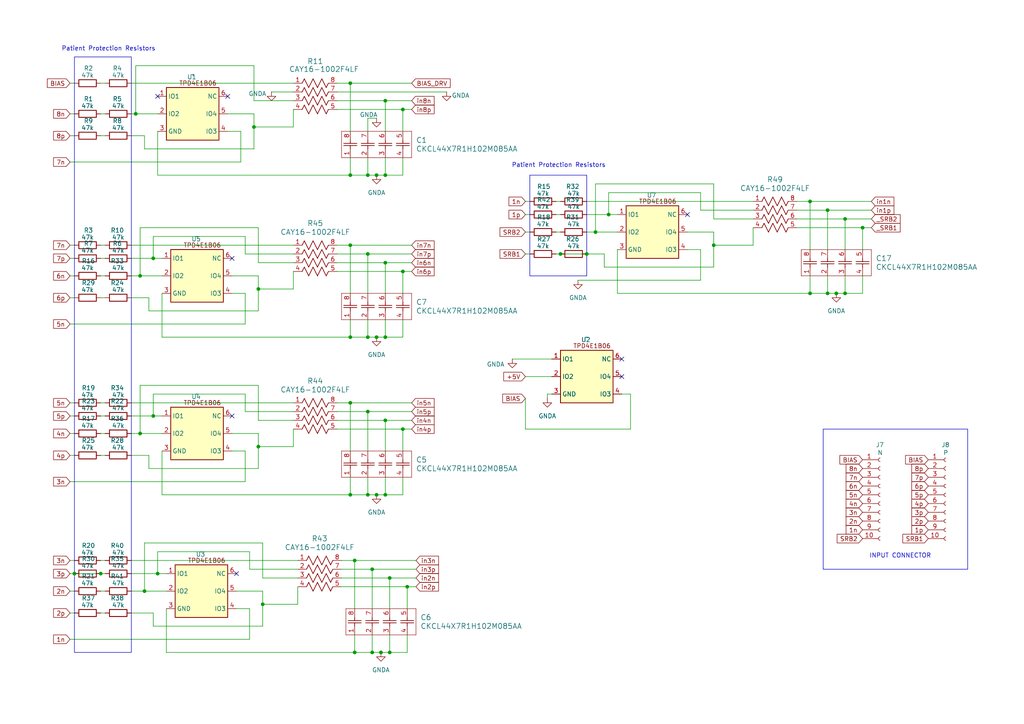
<source format=kicad_sch>
(kicad_sch (version 20231120) (generator "eeschema") (generator_version "8.0")
  (paper "A4")
  (lib_symbols
    (symbol "Added_Comp:TPD4E1B06" (pin_names (offset 0.5))
      (property "Reference" "U" (at 0 0 0))
      (symbol "TPD4E1B06_1_1"
        (text "TPD4E1B06" (at 1.524 8.89 0) (effects (font (size 1.27 1.27))))
        (pin passive line (at -10.16 5.08 0) (length 2.54) (name "IO1") (number "1"))
        (pin passive line (at -10.16 0 0) (length 2.54) (name "IO2") (number "2"))
        (pin power_in line (at -10.16 -5.08 0) (length 2.54) (name "GND") (number "3"))
        (pin passive line (at 10.16 -5.08 180) (length 2.54) (name "IO3") (number "4"))
        (pin passive line (at 10.16 0 180) (length 2.54) (name "IO4") (number "5"))
        (pin free line (at 10.16 5.08 180) (length 2.54) (name "NC") (number "6"))
      )
    )
    (symbol "Connector:Conn_01x10_Socket" (pin_names (offset 1.016) hide)
      (property "Reference" "J" (at 0 12.7 0))
      (property "Value" "Conn_01x10_Socket" (at 0 -15.24 0))
      (symbol "Conn_01x10_Socket_1_1"
        (pin passive line (at -5.08 10.16 0) (length 3.81) (name "Pin_1") (number "1"))
        (pin passive line (at -5.08 -12.7 0) (length 3.81) (name "Pin_10") (number "10"))
        (pin passive line (at -5.08 7.62 0) (length 3.81) (name "Pin_2") (number "2"))
        (pin passive line (at -5.08 5.08 0) (length 3.81) (name "Pin_3") (number "3"))
        (pin passive line (at -5.08 2.54 0) (length 3.81) (name "Pin_4") (number "4"))
        (pin passive line (at -5.08 0 0) (length 3.81) (name "Pin_5") (number "5"))
        (pin passive line (at -5.08 -2.54 0) (length 3.81) (name "Pin_6") (number "6"))
        (pin passive line (at -5.08 -5.08 0) (length 3.81) (name "Pin_7") (number "7"))
        (pin passive line (at -5.08 -7.62 0) (length 3.81) (name "Pin_8") (number "8"))
        (pin passive line (at -5.08 -10.16 0) (length 3.81) (name "Pin_9") (number "9"))
      )
    )
    (symbol "Device:CAY16-1002F4LF" (pin_names (offset 0.254))
      (property "Reference" "R" (at 7.62 2.54 0))
      (property "Value" "CAY16-1002F4LF" (at 5.08 -10.16 0))
      (symbol "CAY16-1002F4LF_0_1"
        (pin unspecified line (at 0 0 0) (length 2.54) (name "") (number "1"))
        (pin unspecified line (at 0 -2.54 0) (length 2.54) (name "") (number "2"))
        (pin unspecified line (at 0 -5.08 0) (length 2.54) (name "") (number "3"))
        (pin unspecified line (at 0 -7.62 0) (length 2.54) (name "") (number "4"))
        (pin unspecified line (at 12.7 -7.62 180) (length 2.54) (name "") (number "5"))
        (pin unspecified line (at 12.7 -5.08 180) (length 2.54) (name "") (number "6"))
        (pin unspecified line (at 12.7 -2.54 180) (length 2.54) (name "") (number "7"))
        (pin unspecified line (at 12.7 0 180) (length 2.54) (name "") (number "8"))
      )
    )
    (symbol "Device:CKCL44X7R1H102M085AA" (pin_names (offset 0.254))
      (property "Reference" "C" (at -7.62 10.16 0))
      (property "Value" "CKCL44X7R1H102M085AA" (at -7.62 6.985 0))
      (symbol "CKCL44X7R1H102M085AA_0_1"
        (pin unspecified line (at 0 -7.62 90) (length 2.54) (name "") (number "1"))
        (pin unspecified line (at 5.08 -7.62 90) (length 2.54) (name "") (number "2"))
        (pin unspecified line (at 10.16 -7.62 90) (length 2.54) (name "") (number "3"))
        (pin unspecified line (at 15.24 -7.62 90) (length 2.54) (name "") (number "4"))
        (pin unspecified line (at 15.24 0 270) (length 2.54) (name "") (number "5"))
        (pin unspecified line (at 10.16 0 270) (length 2.54) (name "") (number "6"))
        (pin unspecified line (at 5.08 0 270) (length 2.54) (name "") (number "7"))
        (pin unspecified line (at 0 0 270) (length 2.54) (name "") (number "8"))
      )
    )
    (symbol "Device:R" (pin_numbers hide) (pin_names (offset 0))
      (property "Reference" "R" (at 2.032 0 90))
      (property "Value" "R" (at 0 0 90))
      (symbol "R_1_1"
        (pin passive line (at 0 3.81 270) (length 1.27) (name "~") (number "1"))
        (pin passive line (at 0 -3.81 90) (length 1.27) (name "~") (number "2"))
      )
    )
    (symbol "power:GNDA" (power) (pin_numbers hide) (pin_names (offset 0) hide)
      (property "Value" "GNDA" (at 0 -3.81 0))
      (symbol "GNDA_1_1"
        (pin power_in line (at 0 0 270) (length 0) (name "~") (number "1"))
      )
    )
  )
  (junction (at 113.03 167.64))
  (junction (at 162.56 73.66))
  (junction (at 113.03 189.23))
  (junction (at 111.76 121.92))
  (junction (at 101.6 24.13))
  (junction (at 102.87 162.56))
  (junction (at 107.95 165.1))
  (junction (at 73.66 36.83))
  (junction (at 29.21 166.37))
  (junction (at 102.87 189.23))
  (junction (at 45.72 166.37))
  (junction (at 101.6 50.8))
  (junction (at 245.11 85.09))
  (junction (at 207.01 71.12))
  (junction (at 40.64 80.01))
  (junction (at 40.64 125.73))
  (junction (at 107.95 189.23))
  (junction (at 116.84 31.75))
  (junction (at 250.19 66.04))
  (junction (at 109.22 50.8))
  (junction (at 111.76 97.79))
  (junction (at 21.59 166.37))
  (junction (at 109.22 143.51))
  (junction (at 118.11 170.18))
  (junction (at 101.6 143.51))
  (junction (at 116.84 78.74))
  (junction (at 106.68 50.8))
  (junction (at 106.68 143.51))
  (junction (at 109.22 97.79))
  (junction (at 245.11 63.5))
  (junction (at 101.6 71.12))
  (junction (at 39.37 33.02))
  (junction (at 240.03 85.09))
  (junction (at 111.76 76.2))
  (junction (at 101.6 97.79))
  (junction (at 74.93 83.82))
  (junction (at 116.84 124.46))
  (junction (at 172.72 67.31))
  (junction (at 106.68 73.66))
  (junction (at 111.76 50.8))
  (junction (at 41.91 171.45))
  (junction (at 106.68 97.79))
  (junction (at 110.49 189.23))
  (junction (at 234.95 85.09))
  (junction (at 74.93 129.54))
  (junction (at 240.03 60.96))
  (junction (at 106.68 119.38))
  (junction (at 176.53 62.23))
  (junction (at 170.18 73.66))
  (junction (at 76.2 175.26))
  (junction (at 44.45 120.65))
  (junction (at 44.45 74.93))
  (junction (at 111.76 29.21))
  (junction (at 234.95 58.42))
  (junction (at 242.57 85.09))
  (junction (at 111.76 143.51))
  (junction (at 101.6 116.84))
  (no_connect (at 68.58 166.37))
  (no_connect (at 180.34 104.14))
  (no_connect (at 45.72 27.94))
  (no_connect (at 66.04 27.94))
  (no_connect (at 180.34 109.22))
  (no_connect (at 67.31 74.93))
  (no_connect (at 67.31 120.65))
  (no_connect (at 199.39 62.23))
  (wire (pts (xy 111.76 50.8) (xy 109.22 50.8)))
  (wire (pts (xy 116.84 130.81) (xy 116.84 124.46)))
  (wire (pts (xy 45.72 160.02) (xy 72.39 160.02)))
  (wire (pts (xy 29.21 74.93) (xy 30.48 74.93)))
  (wire (pts (xy 129.54 26.67) (xy 97.79 26.67)))
  (wire (pts (xy 245.11 80.01) (xy 245.11 85.09)))
  (wire (pts (xy 29.21 162.56) (xy 30.48 162.56)))
  (wire (pts (xy 20.32 177.8) (xy 21.59 177.8)))
  (wire (pts (xy 101.6 92.71) (xy 101.6 97.79)))
  (wire (pts (xy 101.6 116.84) (xy 119.38 116.84)))
  (wire (pts (xy 116.84 78.74) (xy 119.38 78.74)))
  (wire (pts (xy 43.18 135.89) (xy 74.93 135.89)))
  (wire (pts (xy 46.99 120.65) (xy 44.45 120.65)))
  (wire (pts (xy 74.93 129.54) (xy 74.93 125.73)))
  (wire (pts (xy 20.32 86.36) (xy 21.59 86.36)))
  (wire (pts (xy 106.68 97.79) (xy 109.22 97.79)))
  (wire (pts (xy 38.1 171.45) (xy 41.91 171.45)))
  (wire (pts (xy 46.99 97.79) (xy 101.6 97.79)))
  (wire (pts (xy 41.91 43.18) (xy 73.66 43.18)))
  (wire (pts (xy 38.1 33.02) (xy 39.37 33.02)))
  (wire (pts (xy 44.45 181.61) (xy 76.2 181.61)))
  (wire (pts (xy 119.38 76.2) (xy 111.76 76.2)))
  (wire (pts (xy 245.11 72.39) (xy 245.11 63.5)))
  (wire (pts (xy 46.99 143.51) (xy 101.6 143.51)))
  (wire (pts (xy 161.29 58.42) (xy 162.56 58.42)))
  (wire (pts (xy 175.26 73.66) (xy 175.26 77.47)))
  (wire (pts (xy 252.73 63.5) (xy 245.11 63.5)))
  (wire (pts (xy 102.87 162.56) (xy 120.65 162.56)))
  (wire (pts (xy 111.76 130.81) (xy 111.76 121.92)))
  (wire (pts (xy 116.84 85.09) (xy 116.84 78.74)))
  (wire (pts (xy 38.1 71.12) (xy 85.09 71.12)))
  (wire (pts (xy 29.21 166.37) (xy 21.59 166.37)))
  (wire (pts (xy 85.09 83.82) (xy 74.93 83.82)))
  (wire (pts (xy 203.2 55.88) (xy 203.2 60.96)))
  (wire (pts (xy 29.21 125.73) (xy 30.48 125.73)))
  (wire (pts (xy 73.66 36.83) (xy 73.66 33.02)))
  (wire (pts (xy 20.32 139.7) (xy 71.12 139.7)))
  (wire (pts (xy 76.2 171.45) (xy 68.58 171.45)))
  (wire (pts (xy 29.21 132.08) (xy 30.48 132.08)))
  (wire (pts (xy 113.03 176.53) (xy 113.03 167.64)))
  (wire (pts (xy 106.68 34.29) (xy 109.22 34.29)))
  (wire (pts (xy 101.6 143.51) (xy 106.68 143.51)))
  (wire (pts (xy 29.21 116.84) (xy 30.48 116.84)))
  (wire (pts (xy 43.18 132.08) (xy 43.18 135.89)))
  (wire (pts (xy 74.93 125.73) (xy 67.31 125.73)))
  (wire (pts (xy 111.76 76.2) (xy 97.79 76.2)))
  (wire (pts (xy 101.6 38.1) (xy 101.6 24.13)))
  (wire (pts (xy 41.91 157.48) (xy 76.2 157.48)))
  (wire (pts (xy 179.07 72.39) (xy 179.07 85.09)))
  (wire (pts (xy 176.53 62.23) (xy 176.53 55.88)))
  (wire (pts (xy 74.93 83.82) (xy 74.93 80.01)))
  (wire (pts (xy 152.4 115.57) (xy 152.4 124.46)))
  (wire (pts (xy 38.1 80.01) (xy 40.64 80.01)))
  (wire (pts (xy 29.21 166.37) (xy 30.48 166.37)))
  (wire (pts (xy 85.09 78.74) (xy 85.09 83.82)))
  (wire (pts (xy 101.6 130.81) (xy 101.6 116.84)))
  (wire (pts (xy 20.32 132.08) (xy 21.59 132.08)))
  (wire (pts (xy 106.68 119.38) (xy 97.79 119.38)))
  (wire (pts (xy 102.87 184.15) (xy 102.87 189.23)))
  (wire (pts (xy 29.21 86.36) (xy 30.48 86.36)))
  (wire (pts (xy 69.85 46.99) (xy 20.32 46.99)))
  (wire (pts (xy 46.99 85.09) (xy 46.99 97.79)))
  (wire (pts (xy 179.07 62.23) (xy 176.53 62.23)))
  (wire (pts (xy 111.76 143.51) (xy 109.22 143.51)))
  (wire (pts (xy 43.18 90.17) (xy 74.93 90.17)))
  (wire (pts (xy 41.91 39.37) (xy 38.1 39.37)))
  (wire (pts (xy 119.38 121.92) (xy 111.76 121.92)))
  (wire (pts (xy 250.19 72.39) (xy 250.19 66.04)))
  (wire (pts (xy 86.36 170.18) (xy 86.36 175.26)))
  (wire (pts (xy 116.84 143.51) (xy 111.76 143.51)))
  (wire (pts (xy 101.6 50.8) (xy 106.68 50.8)))
  (wire (pts (xy 20.32 185.42) (xy 72.39 185.42)))
  (wire (pts (xy 106.68 130.81) (xy 106.68 119.38)))
  (wire (pts (xy 101.6 24.13) (xy 97.79 24.13)))
  (wire (pts (xy 113.03 184.15) (xy 113.03 189.23)))
  (wire (pts (xy 41.91 171.45) (xy 41.91 157.48)))
  (wire (pts (xy 74.93 90.17) (xy 74.93 83.82)))
  (wire (pts (xy 250.19 80.01) (xy 250.19 85.09)))
  (wire (pts (xy 74.93 80.01) (xy 67.31 80.01)))
  (wire (pts (xy 118.11 170.18) (xy 120.65 170.18)))
  (wire (pts (xy 152.4 124.46) (xy 182.88 124.46)))
  (wire (pts (xy 161.29 73.66) (xy 162.56 73.66)))
  (wire (pts (xy 67.31 130.81) (xy 71.12 130.81)))
  (wire (pts (xy 85.09 36.83) (xy 73.66 36.83)))
  (wire (pts (xy 119.38 29.21) (xy 111.76 29.21)))
  (wire (pts (xy 74.93 121.92) (xy 85.09 121.92)))
  (wire (pts (xy 116.84 38.1) (xy 116.84 31.75)))
  (wire (pts (xy 240.03 80.01) (xy 240.03 85.09)))
  (wire (pts (xy 111.76 45.72) (xy 111.76 50.8)))
  (wire (pts (xy 234.95 80.01) (xy 234.95 85.09)))
  (wire (pts (xy 158.75 114.3) (xy 158.75 115.57)))
  (wire (pts (xy 111.76 121.92) (xy 97.79 121.92)))
  (wire (pts (xy 107.95 189.23) (xy 110.49 189.23)))
  (wire (pts (xy 74.93 111.76) (xy 74.93 121.92)))
  (wire (pts (xy 97.79 78.74) (xy 116.84 78.74)))
  (wire (pts (xy 245.11 63.5) (xy 231.14 63.5)))
  (wire (pts (xy 66.04 38.1) (xy 69.85 38.1)))
  (wire (pts (xy 207.01 63.5) (xy 218.44 63.5)))
  (wire (pts (xy 45.72 50.8) (xy 101.6 50.8)))
  (wire (pts (xy 38.1 86.36) (xy 43.18 86.36)))
  (wire (pts (xy 29.21 80.01) (xy 30.48 80.01)))
  (wire (pts (xy 20.32 162.56) (xy 21.59 162.56)))
  (wire (pts (xy 44.45 68.58) (xy 71.12 68.58)))
  (wire (pts (xy 44.45 74.93) (xy 44.45 68.58)))
  (wire (pts (xy 111.76 38.1) (xy 111.76 29.21)))
  (wire (pts (xy 106.68 143.51) (xy 109.22 143.51)))
  (wire (pts (xy 218.44 66.04) (xy 218.44 71.12)))
  (wire (pts (xy 20.32 171.45) (xy 21.59 171.45)))
  (wire (pts (xy 40.64 80.01) (xy 46.99 80.01)))
  (wire (pts (xy 234.95 85.09) (xy 240.03 85.09)))
  (wire (pts (xy 170.18 67.31) (xy 172.72 67.31)))
  (wire (pts (xy 45.72 166.37) (xy 38.1 166.37)))
  (wire (pts (xy 46.99 74.93) (xy 44.45 74.93)))
  (wire (pts (xy 234.95 58.42) (xy 231.14 58.42)))
  (wire (pts (xy 106.68 73.66) (xy 119.38 73.66)))
  (wire (pts (xy 176.53 55.88) (xy 203.2 55.88)))
  (wire (pts (xy 97.79 31.75) (xy 116.84 31.75)))
  (wire (pts (xy 152.4 73.66) (xy 153.67 73.66)))
  (wire (pts (xy 113.03 189.23) (xy 110.49 189.23)))
  (wire (pts (xy 40.64 125.73) (xy 40.64 111.76)))
  (wire (pts (xy 207.01 71.12) (xy 207.01 67.31)))
  (wire (pts (xy 175.26 77.47) (xy 207.01 77.47)))
  (wire (pts (xy 161.29 67.31) (xy 162.56 67.31)))
  (wire (pts (xy 152.4 67.31) (xy 153.67 67.31)))
  (wire (pts (xy 71.12 85.09) (xy 71.12 93.98)))
  (wire (pts (xy 179.07 85.09) (xy 234.95 85.09)))
  (wire (pts (xy 102.87 176.53) (xy 102.87 162.56)))
  (wire (pts (xy 38.1 125.73) (xy 40.64 125.73)))
  (wire (pts (xy 111.76 92.71) (xy 111.76 97.79)))
  (wire (pts (xy 111.76 138.43) (xy 111.76 143.51)))
  (wire (pts (xy 167.64 81.28) (xy 203.2 81.28)))
  (wire (pts (xy 207.01 53.34) (xy 207.01 63.5)))
  (wire (pts (xy 102.87 189.23) (xy 107.95 189.23)))
  (wire (pts (xy 76.2 167.64) (xy 86.36 167.64)))
  (wire (pts (xy 102.87 162.56) (xy 99.06 162.56)))
  (wire (pts (xy 21.59 39.37) (xy 20.32 39.37)))
  (wire (pts (xy 38.1 116.84) (xy 85.09 116.84)))
  (wire (pts (xy 101.6 138.43) (xy 101.6 143.51)))
  (wire (pts (xy 106.68 73.66) (xy 97.79 73.66)))
  (wire (pts (xy 101.6 85.09) (xy 101.6 71.12)))
  (wire (pts (xy 116.84 124.46) (xy 119.38 124.46)))
  (wire (pts (xy 85.09 31.75) (xy 85.09 36.83)))
  (wire (pts (xy 107.95 184.15) (xy 107.95 189.23)))
  (wire (pts (xy 29.21 177.8) (xy 30.48 177.8)))
  (wire (pts (xy 107.95 165.1) (xy 120.65 165.1)))
  (wire (pts (xy 38.1 24.13) (xy 85.09 24.13)))
  (wire (pts (xy 106.68 50.8) (xy 109.22 50.8)))
  (wire (pts (xy 38.1 162.56) (xy 86.36 162.56)))
  (wire (pts (xy 118.11 189.23) (xy 113.03 189.23)))
  (wire (pts (xy 71.12 68.58) (xy 71.12 73.66)))
  (wire (pts (xy 152.4 109.22) (xy 160.02 109.22)))
  (wire (pts (xy 20.32 33.02) (xy 21.59 33.02)))
  (wire (pts (xy 39.37 33.02) (xy 39.37 19.05)))
  (wire (pts (xy 170.18 73.66) (xy 175.26 73.66)))
  (wire (pts (xy 234.95 58.42) (xy 252.73 58.42)))
  (wire (pts (xy 44.45 74.93) (xy 38.1 74.93)))
  (wire (pts (xy 40.64 66.04) (xy 74.93 66.04)))
  (wire (pts (xy 106.68 92.71) (xy 106.68 97.79)))
  (wire (pts (xy 231.14 66.04) (xy 250.19 66.04)))
  (wire (pts (xy 68.58 176.53) (xy 72.39 176.53)))
  (wire (pts (xy 162.56 73.66) (xy 170.18 73.66)))
  (wire (pts (xy 250.19 66.04) (xy 252.73 66.04)))
  (wire (pts (xy 101.6 71.12) (xy 119.38 71.12)))
  (wire (pts (xy 106.68 85.09) (xy 106.68 73.66)))
  (wire (pts (xy 73.66 29.21) (xy 85.09 29.21)))
  (wire (pts (xy 72.39 165.1) (xy 86.36 165.1)))
  (wire (pts (xy 67.31 85.09) (xy 71.12 85.09)))
  (wire (pts (xy 106.68 38.1) (xy 106.68 34.29)))
  (wire (pts (xy 170.18 58.42) (xy 218.44 58.42)))
  (wire (pts (xy 113.03 167.64) (xy 99.06 167.64)))
  (wire (pts (xy 72.39 160.02) (xy 72.39 165.1)))
  (wire (pts (xy 21.59 120.65) (xy 20.32 120.65)))
  (wire (pts (xy 172.72 67.31) (xy 172.72 53.34)))
  (wire (pts (xy 29.21 39.37) (xy 30.48 39.37)))
  (wire (pts (xy 40.64 111.76) (xy 74.93 111.76)))
  (wire (pts (xy 40.64 125.73) (xy 46.99 125.73)))
  (wire (pts (xy 203.2 60.96) (xy 218.44 60.96)))
  (wire (pts (xy 21.59 74.93) (xy 20.32 74.93)))
  (wire (pts (xy 29.21 71.12) (xy 30.48 71.12)))
  (wire (pts (xy 78.74 26.67) (xy 85.09 26.67)))
  (wire (pts (xy 116.84 92.71) (xy 116.84 97.79)))
  (wire (pts (xy 48.26 176.53) (xy 48.26 189.23)))
  (wire (pts (xy 207.01 67.31) (xy 199.39 67.31)))
  (wire (pts (xy 240.03 72.39) (xy 240.03 60.96)))
  (wire (pts (xy 116.84 50.8) (xy 111.76 50.8)))
  (wire (pts (xy 40.64 80.01) (xy 40.64 66.04)))
  (wire (pts (xy 72.39 176.53) (xy 72.39 185.42)))
  (wire (pts (xy 73.66 43.18) (xy 73.66 36.83)))
  (wire (pts (xy 118.11 176.53) (xy 118.11 170.18)))
  (wire (pts (xy 118.11 184.15) (xy 118.11 189.23)))
  (wire (pts (xy 39.37 19.05) (xy 73.66 19.05)))
  (wire (pts (xy 116.84 97.79) (xy 111.76 97.79)))
  (wire (pts (xy 86.36 175.26) (xy 76.2 175.26)))
  (wire (pts (xy 73.66 19.05) (xy 73.66 29.21)))
  (wire (pts (xy 107.95 165.1) (xy 99.06 165.1)))
  (wire (pts (xy 48.26 189.23) (xy 102.87 189.23)))
  (wire (pts (xy 101.6 71.12) (xy 97.79 71.12)))
  (wire (pts (xy 69.85 38.1) (xy 69.85 46.99)))
  (wire (pts (xy 71.12 73.66) (xy 85.09 73.66)))
  (wire (pts (xy 38.1 177.8) (xy 44.45 177.8)))
  (wire (pts (xy 120.65 167.64) (xy 113.03 167.64)))
  (wire (pts (xy 203.2 72.39) (xy 203.2 81.28)))
  (wire (pts (xy 41.91 171.45) (xy 48.26 171.45)))
  (wire (pts (xy 106.68 45.72) (xy 106.68 50.8)))
  (wire (pts (xy 74.93 66.04) (xy 74.93 76.2)))
  (wire (pts (xy 20.32 24.13) (xy 21.59 24.13)))
  (wire (pts (xy 116.84 31.75) (xy 119.38 31.75)))
  (wire (pts (xy 160.02 114.3) (xy 158.75 114.3)))
  (wire (pts (xy 250.19 85.09) (xy 245.11 85.09)))
  (wire (pts (xy 20.32 71.12) (xy 21.59 71.12)))
  (wire (pts (xy 44.45 120.65) (xy 38.1 120.65)))
  (wire (pts (xy 45.72 166.37) (xy 45.72 160.02)))
  (wire (pts (xy 101.6 97.79) (xy 106.68 97.79)))
  (wire (pts (xy 240.03 85.09) (xy 242.57 85.09)))
  (wire (pts (xy 116.84 45.72) (xy 116.84 50.8)))
  (wire (pts (xy 71.12 114.3) (xy 71.12 119.38)))
  (wire (pts (xy 20.32 125.73) (xy 21.59 125.73)))
  (wire (pts (xy 44.45 114.3) (xy 71.12 114.3)))
  (wire (pts (xy 29.21 24.13) (xy 30.48 24.13)))
  (wire (pts (xy 218.44 71.12) (xy 207.01 71.12)))
  (wire (pts (xy 76.2 181.61) (xy 76.2 175.26)))
  (wire (pts (xy 20.32 116.84) (xy 21.59 116.84)))
  (wire (pts (xy 44.45 120.65) (xy 44.45 114.3)))
  (wire (pts (xy 107.95 176.53) (xy 107.95 165.1)))
  (wire (pts (xy 148.59 104.14) (xy 160.02 104.14)))
  (wire (pts (xy 111.76 97.79) (xy 109.22 97.79)))
  (wire (pts (xy 111.76 85.09) (xy 111.76 76.2)))
  (wire (pts (xy 71.12 130.81) (xy 71.12 139.7)))
  (wire (pts (xy 29.21 120.65) (xy 30.48 120.65)))
  (wire (pts (xy 74.93 135.89) (xy 74.93 129.54)))
  (wire (pts (xy 152.4 58.42) (xy 153.67 58.42)))
  (wire (pts (xy 20.32 93.98) (xy 71.12 93.98)))
  (wire (pts (xy 240.03 60.96) (xy 231.14 60.96)))
  (wire (pts (xy 207.01 77.47) (xy 207.01 71.12)))
  (wire (pts (xy 85.09 124.46) (xy 85.09 129.54)))
  (wire (pts (xy 76.2 157.48) (xy 76.2 167.64)))
  (wire (pts (xy 46.99 130.81) (xy 46.99 143.51)))
  (wire (pts (xy 245.11 85.09) (xy 242.57 85.09)))
  (wire (pts (xy 74.93 76.2) (xy 85.09 76.2)))
  (wire (pts (xy 85.09 129.54) (xy 74.93 129.54)))
  (wire (pts (xy 172.72 67.31) (xy 179.07 67.31)))
  (wire (pts (xy 41.91 39.37) (xy 41.91 43.18)))
  (wire (pts (xy 21.59 166.37) (xy 20.32 166.37)))
  (wire (pts (xy 182.88 114.3) (xy 180.34 114.3)))
  (wire (pts (xy 162.56 62.23) (xy 161.29 62.23)))
  (wire (pts (xy 38.1 132.08) (xy 43.18 132.08)))
  (wire (pts (xy 101.6 45.72) (xy 101.6 50.8)))
  (wire (pts (xy 240.03 60.96) (xy 252.73 60.96)))
  (wire (pts (xy 45.72 38.1) (xy 45.72 50.8)))
  (wire (pts (xy 153.67 62.23) (xy 152.4 62.23)))
  (wire (pts (xy 97.79 124.46) (xy 116.84 124.46)))
  (wire (pts (xy 99.06 170.18) (xy 118.11 170.18)))
  (wire (pts (xy 29.21 171.45) (xy 30.48 171.45)))
  (wire (pts (xy 101.6 116.84) (xy 97.79 116.84)))
  (wire (pts (xy 172.72 53.34) (xy 207.01 53.34)))
  (wire (pts (xy 39.37 33.02) (xy 45.72 33.02)))
  (wire (pts (xy 76.2 175.26) (xy 76.2 171.45)))
  (wire (pts (xy 116.84 138.43) (xy 116.84 143.51)))
  (wire (pts (xy 234.95 72.39) (xy 234.95 58.42)))
  (wire (pts (xy 119.38 24.13) (xy 101.6 24.13)))
  (wire (pts (xy 111.76 29.21) (xy 97.79 29.21)))
  (wire (pts (xy 199.39 72.39) (xy 203.2 72.39)))
  (wire (pts (xy 176.53 62.23) (xy 170.18 62.23)))
  (wire (pts (xy 73.66 33.02) (xy 66.04 33.02)))
  (wire (pts (xy 20.32 80.01) (xy 21.59 80.01)))
  (wire (pts (xy 106.68 138.43) (xy 106.68 143.51)))
  (wire (pts (xy 29.21 33.02) (xy 30.48 33.02)))
  (wire (pts (xy 43.18 86.36) (xy 43.18 90.17)))
  (wire (pts (xy 48.26 166.37) (xy 45.72 166.37)))
  (wire (pts (xy 106.68 119.38) (xy 119.38 119.38)))
  (wire (pts (xy 182.88 124.46) (xy 182.88 114.3)))
  (wire (pts (xy 44.45 177.8) (xy 44.45 181.61)))
  (wire (pts (xy 71.12 119.38) (xy 85.09 119.38)))
  (rectangle (start 21.59 16.51) (end 38.1 189.23))
  (rectangle (start 153.67 50.8) (end 170.18 80.01))
  (rectangle (start 238.76 124.46) (end 280.67 165.1))
  (text "Patient Protection Resistors" (at 31.496 14.224 0) (effects (font (size 1.27 1.27))))
  (text "Patient Protection Resistors" (at 162.052 48.006 0) (effects (font (size 1.27 1.27))))
  (text "INPUT CONNECTOR" (at 261.112 161.29 0) (effects (font (size 1.27 1.27))))
  (global_label "in1n" (shape input) (at 252.73 58.42 0) (property "Intersheetrefs" "${INTERSHEET_REFS}" (effects (hide yes))))
  (global_label "3n" (shape input) (at 20.32 162.56 180) (property "Intersheetrefs" "${INTERSHEET_REFS}" (effects (hide yes))))
  (global_label "_SRB1" (shape input) (at 252.73 66.04 0) (property "Intersheetrefs" "${INTERSHEET_REFS}" (effects (hide yes))))
  (global_label "in4n" (shape input) (at 119.38 121.92 0) (property "Intersheetrefs" "${INTERSHEET_REFS}" (effects (hide yes))))
  (global_label "7n" (shape input) (at 20.32 46.99 180) (property "Intersheetrefs" "${INTERSHEET_REFS}" (effects (hide yes))))
  (global_label "5n" (shape input) (at 20.32 116.84 180) (property "Intersheetrefs" "${INTERSHEET_REFS}" (effects (hide yes))))
  (global_label "4p" (shape input) (at 269.24 146.05 180) (property "Intersheetrefs" "${INTERSHEET_REFS}" (effects (hide yes))))
  (global_label "1p" (shape input) (at 269.24 153.67 180) (property "Intersheetrefs" "${INTERSHEET_REFS}" (effects (hide yes))))
  (global_label "in5p" (shape input) (at 119.38 119.38 0) (property "Intersheetrefs" "${INTERSHEET_REFS}" (effects (hide yes))))
  (global_label "6p" (shape input) (at 269.24 140.97 180) (property "Intersheetrefs" "${INTERSHEET_REFS}" (effects (hide yes))))
  (global_label "7n" (shape input) (at 20.32 71.12 180) (property "Intersheetrefs" "${INTERSHEET_REFS}" (effects (hide yes))))
  (global_label "BIAS_DRV" (shape input) (at 119.38 24.13 0) (property "Intersheetrefs" "${INTERSHEET_REFS}" (effects (hide yes))))
  (global_label "4n" (shape input) (at 250.19 146.05 180) (property "Intersheetrefs" "${INTERSHEET_REFS}" (effects (hide yes))))
  (global_label "2n" (shape input) (at 20.32 171.45 180) (property "Intersheetrefs" "${INTERSHEET_REFS}" (effects (hide yes))))
  (global_label "in3p" (shape input) (at 120.65 165.1 0) (property "Intersheetrefs" "${INTERSHEET_REFS}" (effects (hide yes))))
  (global_label "4p" (shape input) (at 20.32 132.08 180) (property "Intersheetrefs" "${INTERSHEET_REFS}" (effects (hide yes))))
  (global_label "SRB1" (shape input) (at 269.24 156.21 180) (property "Intersheetrefs" "${INTERSHEET_REFS}" (effects (hide yes))))
  (global_label "BIAS" (shape input) (at 20.32 24.13 180) (property "Intersheetrefs" "${INTERSHEET_REFS}" (effects (hide yes))))
  (global_label "5p" (shape input) (at 269.24 143.51 180) (property "Intersheetrefs" "${INTERSHEET_REFS}" (effects (hide yes))))
  (global_label "1n" (shape input) (at 152.4 58.42 180) (property "Intersheetrefs" "${INTERSHEET_REFS}" (effects (hide yes))))
  (global_label "1n" (shape input) (at 250.19 153.67 180) (property "Intersheetrefs" "${INTERSHEET_REFS}" (effects (hide yes))))
  (global_label "in6p" (shape input) (at 119.38 78.74 0) (property "Intersheetrefs" "${INTERSHEET_REFS}" (effects (hide yes))))
  (global_label "2p" (shape input) (at 20.32 177.8 180) (property "Intersheetrefs" "${INTERSHEET_REFS}" (effects (hide yes))))
  (global_label "6n" (shape input) (at 20.32 80.01 180) (property "Intersheetrefs" "${INTERSHEET_REFS}" (effects (hide yes))))
  (global_label "in8p" (shape input) (at 119.38 31.75 0) (property "Intersheetrefs" "${INTERSHEET_REFS}" (effects (hide yes))))
  (global_label "4n" (shape input) (at 20.32 125.73 180) (property "Intersheetrefs" "${INTERSHEET_REFS}" (effects (hide yes))))
  (global_label "5p" (shape input) (at 20.32 120.65 180) (property "Intersheetrefs" "${INTERSHEET_REFS}" (effects (hide yes))))
  (global_label "5n" (shape input) (at 250.19 143.51 180) (property "Intersheetrefs" "${INTERSHEET_REFS}" (effects (hide yes))))
  (global_label "BIAS" (shape input) (at 152.4 115.57 180) (property "Intersheetrefs" "${INTERSHEET_REFS}" (effects (hide yes))))
  (global_label "6n" (shape input) (at 250.19 140.97 180) (property "Intersheetrefs" "${INTERSHEET_REFS}" (effects (hide yes))))
  (global_label "_SRB2" (shape input) (at 252.73 63.5 0) (property "Intersheetrefs" "${INTERSHEET_REFS}" (effects (hide yes))))
  (global_label "in7p" (shape input) (at 119.38 73.66 0) (property "Intersheetrefs" "${INTERSHEET_REFS}" (effects (hide yes))))
  (global_label "5n" (shape input) (at 20.32 93.98 180) (property "Intersheetrefs" "${INTERSHEET_REFS}" (effects (hide yes))))
  (global_label "3p" (shape input) (at 20.32 166.37 180) (property "Intersheetrefs" "${INTERSHEET_REFS}" (effects (hide yes))))
  (global_label "SRB1" (shape input) (at 152.4 73.66 180) (property "Intersheetrefs" "${INTERSHEET_REFS}" (effects (hide yes))))
  (global_label "in1p" (shape input) (at 252.73 60.96 0) (property "Intersheetrefs" "${INTERSHEET_REFS}" (effects (hide yes))))
  (global_label "BIAS" (shape input) (at 269.24 133.35 180) (property "Intersheetrefs" "${INTERSHEET_REFS}" (effects (hide yes))))
  (global_label "3n" (shape input) (at 250.19 148.59 180) (property "Intersheetrefs" "${INTERSHEET_REFS}" (effects (hide yes))))
  (global_label "3p" (shape input) (at 269.24 148.59 180) (property "Intersheetrefs" "${INTERSHEET_REFS}" (effects (hide yes))))
  (global_label "in2p" (shape input) (at 120.65 170.18 0) (property "Intersheetrefs" "${INTERSHEET_REFS}" (effects (hide yes))))
  (global_label "+5V" (shape input) (at 152.4 109.22 180) (property "Intersheetrefs" "${INTERSHEET_REFS}" (effects (hide yes))))
  (global_label "in6n" (shape input) (at 119.38 76.2 0) (property "Intersheetrefs" "${INTERSHEET_REFS}" (effects (hide yes))))
  (global_label "1n" (shape input) (at 20.32 185.42 180) (property "Intersheetrefs" "${INTERSHEET_REFS}" (effects (hide yes))))
  (global_label "in5n" (shape input) (at 119.38 116.84 0) (property "Intersheetrefs" "${INTERSHEET_REFS}" (effects (hide yes))))
  (global_label "7p" (shape input) (at 20.32 74.93 180) (property "Intersheetrefs" "${INTERSHEET_REFS}" (effects (hide yes))))
  (global_label "in3n" (shape input) (at 120.65 162.56 0) (property "Intersheetrefs" "${INTERSHEET_REFS}" (effects (hide yes))))
  (global_label "1p" (shape input) (at 152.4 62.23 180) (property "Intersheetrefs" "${INTERSHEET_REFS}" (effects (hide yes))))
  (global_label "6p" (shape input) (at 20.32 86.36 180) (property "Intersheetrefs" "${INTERSHEET_REFS}" (effects (hide yes))))
  (global_label "in4p" (shape input) (at 119.38 124.46 0) (property "Intersheetrefs" "${INTERSHEET_REFS}" (effects (hide yes))))
  (global_label "8n" (shape input) (at 250.19 135.89 180) (property "Intersheetrefs" "${INTERSHEET_REFS}" (effects (hide yes))))
  (global_label "7p" (shape input) (at 269.24 138.43 180) (property "Intersheetrefs" "${INTERSHEET_REFS}" (effects (hide yes))))
  (global_label "in2n" (shape input) (at 120.65 167.64 0) (property "Intersheetrefs" "${INTERSHEET_REFS}" (effects (hide yes))))
  (global_label "7n" (shape input) (at 250.19 138.43 180) (property "Intersheetrefs" "${INTERSHEET_REFS}" (effects (hide yes))))
  (global_label "SRB2" (shape input) (at 152.4 67.31 180) (property "Intersheetrefs" "${INTERSHEET_REFS}" (effects (hide yes))))
  (global_label "SRB2" (shape input) (at 250.19 156.21 180) (property "Intersheetrefs" "${INTERSHEET_REFS}" (effects (hide yes))))
  (global_label "2n" (shape input) (at 250.19 151.13 180) (property "Intersheetrefs" "${INTERSHEET_REFS}" (effects (hide yes))))
  (global_label "in8n" (shape input) (at 119.38 29.21 0) (property "Intersheetrefs" "${INTERSHEET_REFS}" (effects (hide yes))))
  (global_label "in7n" (shape input) (at 119.38 71.12 0) (property "Intersheetrefs" "${INTERSHEET_REFS}" (effects (hide yes))))
  (global_label "BIAS" (shape input) (at 250.19 133.35 180) (property "Intersheetrefs" "${INTERSHEET_REFS}" (effects (hide yes))))
  (global_label "2p" (shape input) (at 269.24 151.13 180) (property "Intersheetrefs" "${INTERSHEET_REFS}" (effects (hide yes))))
  (global_label "8p" (shape input) (at 269.24 135.89 180) (property "Intersheetrefs" "${INTERSHEET_REFS}" (effects (hide yes))))
  (global_label "3n" (shape input) (at 20.32 139.7 180) (property "Intersheetrefs" "${INTERSHEET_REFS}" (effects (hide yes))))
  (global_label "8p" (shape input) (at 20.32 39.37 180) (property "Intersheetrefs" "${INTERSHEET_REFS}" (effects (hide yes))))
  (global_label "8n" (shape input) (at 20.32 33.02 180) (property "Intersheetrefs" "${INTERSHEET_REFS}" (effects (hide yes))))
  (symbol (lib_id "Device:CKCL44X7R1H102M085AA") (at 101.6 38.1 0) (unit 1)
    (property "Reference" "C1" (at 120.65 40.6399 0) (effects (font (size 1.524 1.524)) (justify left)))
    (property "Value" "CKCL44X7R1H102M085AA" (at 120.65 43.1799 0) (effects (font (size 1.524 1.524)) (justify left)))
    (property "Footprint" "Capacitor_SMD:CKCL44_TDK" (effects (hide yes)))
    (property "Datasheet" "CKCL44X7R1H102M085AA" (effects (hide yes)))
  )
  (symbol (lib_id "power:GNDA") (at 109.22 97.79 0) (unit 1)
    (property "Reference" "#PWR043" (effects (hide yes)))
    (property "Value" "GNDA" (at 109.22 102.87 0))
    (property "Description" "Power symbol creates a global label with name \"GNDA\" , analog ground" (effects (hide yes)))
  )
  (symbol (lib_id "Device:R") (at 34.29 177.8 90) (unit 1)
    (property "Reference" "R38" (at 34.036 173.482 90))
    (property "Value" "47k" (at 34.29 175.514 90))
    (property "Footprint" "Resistor_SMD:R_0603_1608Metric" (effects (hide yes)))
    (property "Description" "Resistor" (effects (hide yes)))
  )
  (symbol (lib_id "Device:R") (at 25.4 24.13 90) (unit 1)
    (property "Reference" "R2" (at 25.654 19.812 90))
    (property "Value" "47k" (at 25.4 21.844 90))
    (property "Footprint" "Resistor_SMD:R_0603_1608Metric" (effects (hide yes)))
    (property "Description" "Resistor" (effects (hide yes)))
  )
  (symbol (lib_id "Device:R") (at 25.4 125.73 90) (unit 1)
    (property "Reference" "R17" (at 25.654 121.412 90))
    (property "Value" "47k" (at 25.4 123.444 90))
    (property "Footprint" "Resistor_SMD:R_0603_1608Metric" (effects (hide yes)))
    (property "Description" "Resistor" (effects (hide yes)))
  )
  (symbol (lib_id "Device:R") (at 34.29 120.65 90) (unit 1)
    (property "Reference" "R22" (at 34.036 116.332 90))
    (property "Value" "47k" (at 34.29 118.364 90))
    (property "Footprint" "Resistor_SMD:R_0603_1608Metric" (effects (hide yes)))
    (property "Description" "Resistor" (effects (hide yes)))
  )
  (symbol (lib_id "power:GNDA") (at 242.57 85.09 0) (unit 1)
    (property "Reference" "#PWR047" (effects (hide yes)))
    (property "Value" "GNDA" (at 242.57 90.17 0))
    (property "Description" "Power symbol creates a global label with name \"GNDA\" , analog ground" (effects (hide yes)))
  )
  (symbol (lib_id "Device:R") (at 34.29 166.37 90) (unit 1)
    (property "Reference" "R35" (at 34.036 162.052 90))
    (property "Value" "47k" (at 34.29 164.084 90))
    (property "Footprint" "Resistor_SMD:R_0603_1608Metric" (effects (hide yes)))
    (property "Description" "Resistor" (effects (hide yes)))
  )
  (symbol (lib_id "Device:R") (at 25.4 132.08 90) (unit 1)
    (property "Reference" "R25" (at 25.654 127.762 90))
    (property "Value" "47k" (at 25.4 129.794 90))
    (property "Footprint" "Resistor_SMD:R_0603_1608Metric" (effects (hide yes)))
    (property "Description" "Resistor" (effects (hide yes)))
  )
  (symbol (lib_id "Device:R") (at 25.4 166.37 90) (unit 1)
    (property "Reference" "R30" (at 25.654 162.052 90))
    (property "Value" "47k" (at 25.4 164.084 90))
    (property "Footprint" "Resistor_SMD:R_0603_1608Metric" (effects (hide yes)))
    (property "Description" "Resistor" (effects (hide yes)))
  )
  (symbol (lib_id "Device:R") (at 166.37 62.23 90) (unit 1)
    (property "Reference" "R39" (at 166.116 57.912 90))
    (property "Value" "47k" (at 166.37 59.944 90))
    (property "Footprint" "Resistor_SMD:R_0603_1608Metric" (effects (hide yes)))
    (property "Description" "Resistor" (effects (hide yes)))
  )
  (symbol (lib_id "Device:CAY16-1002F4LF") (at 85.09 71.12 0) (unit 1)
    (property "Reference" "R45" (at 91.44 64.77 0) (effects (font (size 1.524 1.524))))
    (property "Value" "CAY16-1002F4LF" (at 91.44 67.31 0) (effects (font (size 1.524 1.524))))
    (property "Footprint" "RF:BO_CAY16" (effects (hide yes)))
    (property "Datasheet" "CAY16-1002F4LF" (effects (hide yes)))
  )
  (symbol (lib_id "Added_Comp:TPD4E1B06") (at 170.18 109.22 0) (unit 1)
    (property "Reference" "U2" (at 169.926 98.552 0))
    (property "Value" "~" (at 170.18 97.79 0))
    (property "Footprint" "Package_TO_SOT_SMD:SOT-363_SC-70-6" (effects (hide yes)))
    (property "Datasheet" "https://www.ti.com/lit/ds/symlink/tpd4e1b06.pdf?ts=1739551777927&ref_url=https%253A%252F%252Fwww.mouser.com%252F" (effects (hide yes)))
    (property "Description" "TPD4E1B06 4-Channel Ultra Low Leakage ESD Protection Device" (effects (hide yes)))
  )
  (symbol (lib_id "Device:R") (at 34.29 116.84 90) (unit 1)
    (property "Reference" "R34" (at 34.036 112.522 90))
    (property "Value" "47k" (at 34.29 114.554 90))
    (property "Footprint" "Resistor_SMD:R_0603_1608Metric" (effects (hide yes)))
    (property "Description" "Resistor" (effects (hide yes)))
  )
  (symbol (lib_id "Device:R") (at 157.48 67.31 90) (unit 1)
    (property "Reference" "R18" (at 157.734 62.992 90))
    (property "Value" "47k" (at 157.48 65.024 90))
    (property "Footprint" "Resistor_SMD:R_0603_1608Metric" (effects (hide yes)))
    (property "Description" "Resistor" (effects (hide yes)))
  )
  (symbol (lib_id "Device:R") (at 25.4 74.93 90) (unit 1)
    (property "Reference" "R7" (at 25.654 70.612 90))
    (property "Value" "47k" (at 25.4 72.644 90))
    (property "Footprint" "Resistor_SMD:R_0603_1608Metric" (effects (hide yes)))
    (property "Description" "Resistor" (effects (hide yes)))
  )
  (symbol (lib_id "Device:R") (at 25.4 177.8 90) (unit 1)
    (property "Reference" "R37" (at 25.654 173.482 90))
    (property "Value" "47k" (at 25.4 175.514 90))
    (property "Footprint" "Resistor_SMD:R_0603_1608Metric" (effects (hide yes)))
    (property "Description" "Resistor" (effects (hide yes)))
  )
  (symbol (lib_id "Device:R") (at 34.29 71.12 90) (unit 1)
    (property "Reference" "R10" (at 34.036 66.802 90))
    (property "Value" "47k" (at 34.29 68.834 90))
    (property "Footprint" "Resistor_SMD:R_0603_1608Metric" (effects (hide yes)))
    (property "Description" "Resistor" (effects (hide yes)))
  )
  (symbol (lib_id "Device:CAY16-1002F4LF") (at 86.36 162.56 0) (unit 1)
    (property "Reference" "R43" (at 92.71 156.21 0) (effects (font (size 1.524 1.524))))
    (property "Value" "CAY16-1002F4LF" (at 92.71 158.75 0) (effects (font (size 1.524 1.524))))
    (property "Footprint" "RF:BO_CAY16" (effects (hide yes)))
    (property "Datasheet" "CAY16-1002F4LF" (effects (hide yes)))
  )
  (symbol (lib_id "Connector:Conn_01x10_Socket") (at 255.27 143.51 0) (unit 1)
    (property "Reference" "J7" (at 254 129.032 0) (effects (justify left)))
    (property "Value" "N" (at 254.508 131.318 0) (effects (justify left)))
    (property "Footprint" "Connector_PinSocket_2.54mm:PinSocket_1x10_P2.54mm_Vertical" (effects (hide yes)))
    (property "Description" "Generic connector, single row, 01x10, script generated" (effects (hide yes)))
  )
  (symbol (lib_id "Device:CAY16-1002F4LF") (at 85.09 116.84 0) (unit 1)
    (property "Reference" "R44" (at 91.44 110.49 0) (effects (font (size 1.524 1.524))))
    (property "Value" "CAY16-1002F4LF" (at 91.44 113.03 0) (effects (font (size 1.524 1.524))))
    (property "Footprint" "RF:BO_CAY16" (effects (hide yes)))
    (property "Datasheet" "CAY16-1002F4LF" (effects (hide yes)))
  )
  (symbol (lib_id "Device:R") (at 25.4 71.12 90) (unit 1)
    (property "Reference" "R3" (at 25.654 66.802 90))
    (property "Value" "47k" (at 25.4 68.834 90))
    (property "Footprint" "Resistor_SMD:R_0603_1608Metric" (effects (hide yes)))
    (property "Description" "Resistor" (effects (hide yes)))
  )
  (symbol (lib_id "Device:R") (at 34.29 162.56 90) (unit 1)
    (property "Reference" "R40" (at 34.036 158.242 90))
    (property "Value" "47k" (at 34.29 160.274 90))
    (property "Footprint" "Resistor_SMD:R_0603_1608Metric" (effects (hide yes)))
    (property "Description" "Resistor" (effects (hide yes)))
  )
  (symbol (lib_id "Device:R") (at 25.4 80.01 90) (unit 1)
    (property "Reference" "R16" (at 25.654 75.692 90))
    (property "Value" "47k" (at 25.4 77.724 90))
    (property "Footprint" "Resistor_SMD:R_0603_1608Metric" (effects (hide yes)))
    (property "Description" "Resistor" (effects (hide yes)))
  )
  (symbol (lib_id "Device:R") (at 157.48 62.23 90) (unit 1)
    (property "Reference" "R42" (at 157.734 57.912 90))
    (property "Value" "47k" (at 157.48 59.944 90))
    (property "Footprint" "Resistor_SMD:R_0603_1608Metric" (effects (hide yes)))
    (property "Description" "Resistor" (effects (hide yes)))
  )
  (symbol (lib_id "Device:R") (at 25.4 116.84 90) (unit 1)
    (property "Reference" "R19" (at 25.654 112.522 90))
    (property "Value" "47k" (at 25.4 114.554 90))
    (property "Footprint" "Resistor_SMD:R_0603_1608Metric" (effects (hide yes)))
    (property "Description" "Resistor" (effects (hide yes)))
  )
  (symbol (lib_id "power:GNDA") (at 109.22 34.29 0) (unit 1)
    (property "Reference" "#PWR039" (effects (hide yes)))
    (property "Value" "GNDA" (at 106.934 33.274 0))
    (property "Description" "Power symbol creates a global label with name \"GNDA\" , analog ground" (effects (hide yes)))
  )
  (symbol (lib_id "Added_Comp:TPD4E1B06") (at 55.88 33.02 0) (unit 1)
    (property "Reference" "U1" (at 55.626 22.352 0))
    (property "Value" "~" (at 55.88 21.59 0))
    (property "Footprint" "Package_TO_SOT_SMD:SOT-363_SC-70-6" (effects (hide yes)))
    (property "Datasheet" "https://www.ti.com/lit/ds/symlink/tpd4e1b06.pdf?ts=1739551777927&ref_url=https%253A%252F%252Fwww.mouser.com%252F" (effects (hide yes)))
    (property "Description" "TPD4E1B06 4-Channel Ultra Low Leakage ESD Protection Device" (effects (hide yes)))
  )
  (symbol (lib_id "Added_Comp:TPD4E1B06") (at 58.42 171.45 0) (unit 1)
    (property "Reference" "U3" (at 58.166 160.782 0))
    (property "Value" "~" (at 58.42 160.02 0))
    (property "Footprint" "Package_TO_SOT_SMD:SOT-363_SC-70-6" (effects (hide yes)))
    (property "Datasheet" "https://www.ti.com/lit/ds/symlink/tpd4e1b06.pdf?ts=1739551777927&ref_url=https%253A%252F%252Fwww.mouser.com%252F" (effects (hide yes)))
    (property "Description" "TPD4E1B06 4-Channel Ultra Low Leakage ESD Protection Device" (effects (hide yes)))
  )
  (symbol (lib_id "Device:R") (at 34.29 86.36 90) (unit 1)
    (property "Reference" "R24" (at 34.036 82.042 90))
    (property "Value" "47k" (at 34.29 84.074 90))
    (property "Footprint" "Resistor_SMD:R_0603_1608Metric" (effects (hide yes)))
    (property "Description" "Resistor" (effects (hide yes)))
  )
  (symbol (lib_id "Device:R") (at 34.29 171.45 90) (unit 1)
    (property "Reference" "R41" (at 34.036 167.132 90))
    (property "Value" "47k" (at 34.29 169.164 90))
    (property "Footprint" "Resistor_SMD:R_0603_1608Metric" (effects (hide yes)))
    (property "Description" "Resistor" (effects (hide yes)))
  )
  (symbol (lib_id "Device:R") (at 166.37 58.42 90) (unit 1)
    (property "Reference" "R32" (at 166.116 54.102 90))
    (property "Value" "47k" (at 166.37 56.134 90))
    (property "Footprint" "Resistor_SMD:R_0603_1608Metric" (effects (hide yes)))
    (property "Description" "Resistor" (effects (hide yes)))
  )
  (symbol (lib_id "power:GNDA") (at 110.49 189.23 0) (unit 1)
    (property "Reference" "#PWR045" (effects (hide yes)))
    (property "Value" "GNDA" (at 110.49 194.31 0))
    (property "Description" "Power symbol creates a global label with name \"GNDA\" , analog ground" (effects (hide yes)))
  )
  (symbol (lib_id "Device:R") (at 25.4 86.36 90) (unit 1)
    (property "Reference" "R29" (at 25.654 82.042 90))
    (property "Value" "47k" (at 25.4 84.074 90))
    (property "Footprint" "Resistor_SMD:R_0603_1608Metric" (effects (hide yes)))
    (property "Description" "Resistor" (effects (hide yes)))
  )
  (symbol (lib_id "Device:R") (at 25.4 171.45 90) (unit 1)
    (property "Reference" "R21" (at 25.654 167.132 90))
    (property "Value" "47k" (at 25.4 169.164 90))
    (property "Footprint" "Resistor_SMD:R_0603_1608Metric" (effects (hide yes)))
    (property "Description" "Resistor" (effects (hide yes)))
  )
  (symbol (lib_id "Device:R") (at 34.29 80.01 90) (unit 1)
    (property "Reference" "R33" (at 34.036 75.692 90))
    (property "Value" "47k" (at 34.29 77.724 90))
    (property "Footprint" "Resistor_SMD:R_0603_1608Metric" (effects (hide yes)))
    (property "Description" "Resistor" (effects (hide yes)))
  )
  (symbol (lib_id "Device:CKCL44X7R1H102M085AA") (at 234.95 72.39 0) (unit 1)
    (property "Reference" "C17" (at 254 74.9299 0) (effects (font (size 1.524 1.524)) (justify left)))
    (property "Value" "CKCL44X7R1H102M085AA" (at 254 77.4699 0) (effects (font (size 1.524 1.524)) (justify left)))
    (property "Footprint" "Capacitor_SMD:CKCL44_TDK" (effects (hide yes)))
    (property "Datasheet" "CKCL44X7R1H102M085AA" (effects (hide yes)))
  )
  (symbol (lib_id "Device:R") (at 25.4 162.56 90) (unit 1)
    (property "Reference" "R20" (at 25.654 158.242 90))
    (property "Value" "47k" (at 25.4 160.274 90))
    (property "Footprint" "Resistor_SMD:R_0603_1608Metric" (effects (hide yes)))
    (property "Description" "Resistor" (effects (hide yes)))
  )
  (symbol (lib_id "Device:R") (at 34.29 39.37 90) (unit 1)
    (property "Reference" "R8" (at 34.036 35.052 90))
    (property "Value" "47k" (at 34.29 37.084 90))
    (property "Footprint" "Resistor_SMD:R_0603_1608Metric" (effects (hide yes)))
    (property "Description" "Resistor" (effects (hide yes)))
  )
  (symbol (lib_id "Device:R") (at 34.29 33.02 90) (unit 1)
    (property "Reference" "R5" (at 34.036 28.702 90))
    (property "Value" "47k" (at 34.29 30.734 90))
    (property "Footprint" "Resistor_SMD:R_0603_1608Metric" (effects (hide yes)))
    (property "Description" "Resistor" (effects (hide yes)))
  )
  (symbol (lib_id "power:GNDA") (at 109.22 143.51 0) (unit 1)
    (property "Reference" "#PWR044" (effects (hide yes)))
    (property "Value" "GNDA" (at 109.22 148.59 0))
    (property "Description" "Power symbol creates a global label with name \"GNDA\" , analog ground" (effects (hide yes)))
  )
  (symbol (lib_id "Device:R") (at 166.37 73.66 90) (unit 1)
    (property "Reference" "R26" (at 166.116 69.342 90))
    (property "Value" "47k" (at 166.37 71.374 90))
    (property "Footprint" "Resistor_SMD:R_0603_1608Metric" (effects (hide yes)))
    (property "Description" "Resistor" (effects (hide yes)))
  )
  (symbol (lib_id "Device:R") (at 25.4 33.02 90) (unit 1)
    (property "Reference" "R1" (at 25.654 28.702 90))
    (property "Value" "47k" (at 25.4 30.734 90))
    (property "Footprint" "Resistor_SMD:R_0603_1608Metric" (effects (hide yes)))
    (property "Description" "Resistor" (effects (hide yes)))
  )
  (symbol (lib_id "power:GNDA") (at 167.64 81.28 0) (unit 1)
    (property "Reference" "#PWR08" (effects (hide yes)))
    (property "Value" "GNDA" (at 167.64 86.36 0))
    (property "Description" "Power symbol creates a global label with name \"GNDA\" , analog ground" (effects (hide yes)))
  )
  (symbol (lib_id "Connector:Conn_01x10_Socket") (at 274.32 143.51 0) (unit 1)
    (property "Reference" "J8" (at 273.05 129.032 0) (effects (justify left)))
    (property "Value" "P" (at 273.558 131.318 0) (effects (justify left)))
    (property "Footprint" "Connector_PinSocket_2.54mm:PinSocket_1x10_P2.54mm_Vertical" (effects (hide yes)))
    (property "Description" "Generic connector, single row, 01x10, script generated" (effects (hide yes)))
  )
  (symbol (lib_id "Device:CKCL44X7R1H102M085AA") (at 101.6 85.09 0) (unit 1)
    (property "Reference" "C7" (at 120.65 87.6299 0) (effects (font (size 1.524 1.524)) (justify left)))
    (property "Value" "CKCL44X7R1H102M085AA" (at 120.65 90.1699 0) (effects (font (size 1.524 1.524)) (justify left)))
    (property "Footprint" "Capacitor_SMD:CKCL44_TDK" (effects (hide yes)))
    (property "Datasheet" "CKCL44X7R1H102M085AA" (effects (hide yes)))
  )
  (symbol (lib_id "Device:CKCL44X7R1H102M085AA") (at 102.87 176.53 0) (unit 1)
    (property "Reference" "C6" (at 121.92 179.0699 0) (effects (font (size 1.524 1.524)) (justify left)))
    (property "Value" "CKCL44X7R1H102M085AA" (at 121.92 181.6099 0) (effects (font (size 1.524 1.524)) (justify left)))
    (property "Footprint" "Capacitor_SMD:CKCL44_TDK" (effects (hide yes)))
    (property "Datasheet" "CKCL44X7R1H102M085AA" (effects (hide yes)))
  )
  (symbol (lib_id "Device:R") (at 157.48 58.42 90) (unit 1)
    (property "Reference" "R15" (at 157.734 54.102 90))
    (property "Value" "47k" (at 157.48 56.134 90))
    (property "Footprint" "Resistor_SMD:R_0603_1608Metric" (effects (hide yes)))
    (property "Description" "Resistor" (effects (hide yes)))
  )
  (symbol (lib_id "power:GNDA") (at 109.22 50.8 0) (unit 1)
    (property "Reference" "#PWR040" (effects (hide yes)))
    (property "Value" "GNDA" (at 109.22 55.88 0))
    (property "Description" "Power symbol creates a global label with name \"GNDA\" , analog ground" (effects (hide yes)))
  )
  (symbol (lib_id "Device:R") (at 34.29 132.08 90) (unit 1)
    (property "Reference" "R28" (at 34.036 127.762 90))
    (property "Value" "47k" (at 34.29 129.794 90))
    (property "Footprint" "Resistor_SMD:R_0603_1608Metric" (effects (hide yes)))
    (property "Description" "Resistor" (effects (hide yes)))
  )
  (symbol (lib_id "power:GNDA") (at 148.59 104.14 0) (unit 1)
    (property "Reference" "#PWR042" (effects (hide yes)))
    (property "Value" "GNDA" (at 143.764 105.664 0))
    (property "Description" "Power symbol creates a global label with name \"GNDA\" , analog ground" (effects (hide yes)))
  )
  (symbol (lib_id "Device:R") (at 34.29 125.73 90) (unit 1)
    (property "Reference" "R36" (at 34.036 121.412 90))
    (property "Value" "47k" (at 34.29 123.444 90))
    (property "Footprint" "Resistor_SMD:R_0603_1608Metric" (effects (hide yes)))
    (property "Description" "Resistor" (effects (hide yes)))
  )
  (symbol (lib_id "Device:CAY16-1002F4LF") (at 85.09 24.13 0) (unit 1)
    (property "Reference" "R11" (at 91.44 17.78 0) (effects (font (size 1.524 1.524))))
    (property "Value" "CAY16-1002F4LF" (at 93.98 20.066 0) (effects (font (size 1.524 1.524))))
    (property "Footprint" "RF:BO_CAY16" (effects (hide yes)))
    (property "Datasheet" "CAY16-1002F4LF" (effects (hide yes)))
  )
  (symbol (lib_id "Added_Comp:TPD4E1B06") (at 57.15 80.01 0) (unit 1)
    (property "Reference" "U5" (at 56.896 69.342 0))
    (property "Value" "~" (at 57.15 68.58 0))
    (property "Footprint" "Package_TO_SOT_SMD:SOT-363_SC-70-6" (effects (hide yes)))
    (property "Datasheet" "https://www.ti.com/lit/ds/symlink/tpd4e1b06.pdf?ts=1739551777927&ref_url=https%253A%252F%252Fwww.mouser.com%252F" (effects (hide yes)))
    (property "Description" "TPD4E1B06 4-Channel Ultra Low Leakage ESD Protection Device" (effects (hide yes)))
  )
  (symbol (lib_id "Added_Comp:TPD4E1B06") (at 189.23 67.31 0) (unit 1)
    (property "Reference" "U7" (at 188.976 56.642 0))
    (property "Value" "~" (at 189.23 55.88 0))
    (property "Footprint" "Package_TO_SOT_SMD:SOT-363_SC-70-6" (effects (hide yes)))
    (property "Datasheet" "https://www.ti.com/lit/ds/symlink/tpd4e1b06.pdf?ts=1739551777927&ref_url=https%253A%252F%252Fwww.mouser.com%252F" (effects (hide yes)))
    (property "Description" "TPD4E1B06 4-Channel Ultra Low Leakage ESD Protection Device" (effects (hide yes)))
  )
  (symbol (lib_id "power:GNDA") (at 158.75 115.57 0) (unit 1)
    (property "Reference" "#PWR041" (effects (hide yes)))
    (property "Value" "GNDA" (at 158.75 120.65 0))
    (property "Description" "Power symbol creates a global label with name \"GNDA\" , analog ground" (effects (hide yes)))
  )
  (symbol (lib_id "Added_Comp:TPD4E1B06") (at 57.15 125.73 0) (unit 1)
    (property "Reference" "U4" (at 56.896 115.062 0))
    (property "Value" "~" (at 57.15 114.3 0))
    (property "Footprint" "Package_TO_SOT_SMD:SOT-363_SC-70-6" (effects (hide yes)))
    (property "Datasheet" "https://www.ti.com/lit/ds/symlink/tpd4e1b06.pdf?ts=1739551777927&ref_url=https%253A%252F%252Fwww.mouser.com%252F" (effects (hide yes)))
    (property "Description" "TPD4E1B06 4-Channel Ultra Low Leakage ESD Protection Device" (effects (hide yes)))
  )
  (symbol (lib_id "Device:R") (at 166.37 67.31 90) (unit 1)
    (property "Reference" "R31" (at 166.116 62.992 90))
    (property "Value" "47k" (at 166.37 65.024 90))
    (property "Footprint" "Resistor_SMD:R_0603_1608Metric" (effects (hide yes)))
    (property "Description" "Resistor" (effects (hide yes)))
  )
  (symbol (lib_id "Device:CKCL44X7R1H102M085AA") (at 101.6 130.81 0) (unit 1)
    (property "Reference" "C5" (at 120.65 133.3499 0) (effects (font (size 1.524 1.524)) (justify left)))
    (property "Value" "CKCL44X7R1H102M085AA" (at 120.65 135.8899 0) (effects (font (size 1.524 1.524)) (justify left)))
    (property "Footprint" "Capacitor_SMD:CKCL44_TDK" (effects (hide yes)))
    (property "Datasheet" "CKCL44X7R1H102M085AA" (effects (hide yes)))
  )
  (symbol (lib_id "Device:R") (at 157.48 73.66 90) (unit 1)
    (property "Reference" "R27" (at 157.734 69.342 90))
    (property "Value" "47k" (at 157.48 71.374 90))
    (property "Footprint" "Resistor_SMD:R_0603_1608Metric" (effects (hide yes)))
    (property "Description" "Resistor" (effects (hide yes)))
  )
  (symbol (lib_id "Device:R") (at 34.29 24.13 90) (unit 1)
    (property "Reference" "R4" (at 34.036 19.812 90))
    (property "Value" "47k" (at 34.29 21.844 90))
    (property "Footprint" "Resistor_SMD:R_0603_1608Metric" (effects (hide yes)))
    (property "Description" "Resistor" (effects (hide yes)))
  )
  (symbol (lib_id "power:GNDA") (at 78.74 26.67 0) (unit 1)
    (property "Reference" "#PWR033" (effects (hide yes)))
    (property "Value" "GNDA" (at 74.676 27.178 0))
    (property "Description" "Power symbol creates a global label with name \"GNDA\" , analog ground" (effects (hide yes)))
  )
  (symbol (lib_id "Device:R") (at 25.4 120.65 90) (unit 1)
    (property "Reference" "R23" (at 25.654 116.332 90))
    (property "Value" "47k" (at 25.4 118.364 90))
    (property "Footprint" "Resistor_SMD:R_0603_1608Metric" (effects (hide yes)))
    (property "Description" "Resistor" (effects (hide yes)))
  )
  (symbol (lib_id "power:GNDA") (at 129.54 26.67 0) (unit 1)
    (property "Reference" "#PWR034" (effects (hide yes)))
    (property "Value" "GNDA" (at 133.604 27.686 0))
    (property "Description" "Power symbol creates a global label with name \"GNDA\" , analog ground" (effects (hide yes)))
  )
  (symbol (lib_id "Device:R") (at 34.29 74.93 90) (unit 1)
    (property "Reference" "R6" (at 34.036 70.612 90))
    (property "Value" "47k" (at 34.29 72.644 90))
    (property "Footprint" "Resistor_SMD:R_0603_1608Metric" (effects (hide yes)))
    (property "Description" "Resistor" (effects (hide yes)))
  )
  (symbol (lib_id "Device:CAY16-1002F4LF") (at 218.44 58.42 0) (unit 1)
    (property "Reference" "R49" (at 224.79 52.07 0) (effects (font (size 1.524 1.524))))
    (property "Value" "CAY16-1002F4LF" (at 224.79 54.61 0) (effects (font (size 1.524 1.524))))
    (property "Footprint" "RF:BO_CAY16" (effects (hide yes)))
    (property "Datasheet" "CAY16-1002F4LF" (effects (hide yes)))
  )
  (symbol (lib_id "Device:R") (at 25.4 39.37 90) (unit 1)
    (property "Reference" "R9" (at 25.654 35.052 90))
    (property "Value" "47k" (at 25.4 37.084 90))
    (property "Footprint" "Resistor_SMD:R_0603_1608Metric" (effects (hide yes)))
    (property "Description" "Resistor" (effects (hide yes)))
  )
)
</source>
